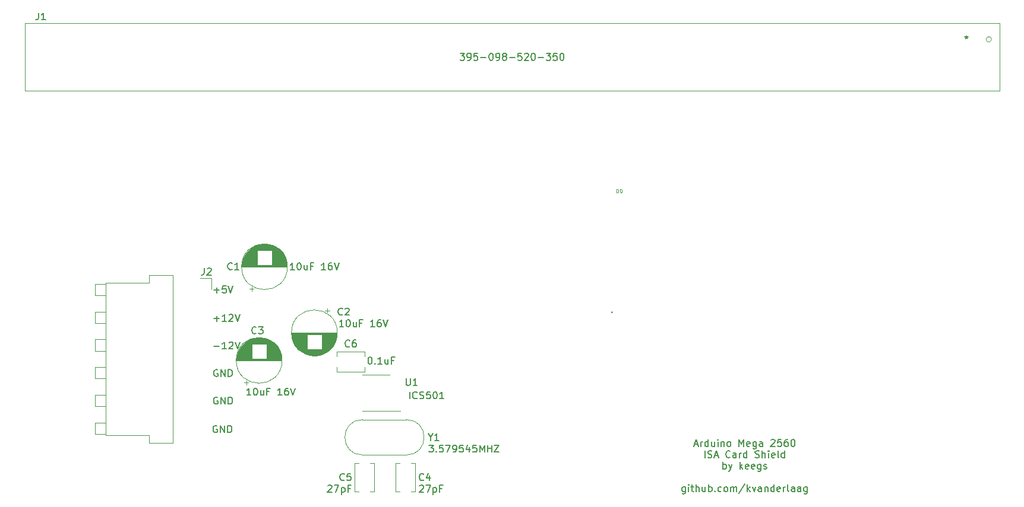
<source format=gbr>
%TF.GenerationSoftware,KiCad,Pcbnew,(6.0.11)*%
%TF.CreationDate,2023-03-12T14:00:35-06:00*%
%TF.ProjectId,arduino-mega-isa-shield,61726475-696e-46f2-9d6d-6567612d6973,rev?*%
%TF.SameCoordinates,Original*%
%TF.FileFunction,Legend,Top*%
%TF.FilePolarity,Positive*%
%FSLAX46Y46*%
G04 Gerber Fmt 4.6, Leading zero omitted, Abs format (unit mm)*
G04 Created by KiCad (PCBNEW (6.0.11)) date 2023-03-12 14:00:35*
%MOMM*%
%LPD*%
G01*
G04 APERTURE LIST*
%ADD10C,0.150000*%
%ADD11C,0.075000*%
%ADD12C,0.120000*%
G04 APERTURE END LIST*
D10*
X152218333Y-103880666D02*
X152694523Y-103880666D01*
X152123095Y-104166380D02*
X152456428Y-103166380D01*
X152789761Y-104166380D01*
X153123095Y-104166380D02*
X153123095Y-103499714D01*
X153123095Y-103690190D02*
X153170714Y-103594952D01*
X153218333Y-103547333D01*
X153313571Y-103499714D01*
X153408809Y-103499714D01*
X154170714Y-104166380D02*
X154170714Y-103166380D01*
X154170714Y-104118761D02*
X154075476Y-104166380D01*
X153885000Y-104166380D01*
X153789761Y-104118761D01*
X153742142Y-104071142D01*
X153694523Y-103975904D01*
X153694523Y-103690190D01*
X153742142Y-103594952D01*
X153789761Y-103547333D01*
X153885000Y-103499714D01*
X154075476Y-103499714D01*
X154170714Y-103547333D01*
X155075476Y-103499714D02*
X155075476Y-104166380D01*
X154646904Y-103499714D02*
X154646904Y-104023523D01*
X154694523Y-104118761D01*
X154789761Y-104166380D01*
X154932619Y-104166380D01*
X155027857Y-104118761D01*
X155075476Y-104071142D01*
X155551666Y-104166380D02*
X155551666Y-103499714D01*
X155551666Y-103166380D02*
X155504047Y-103214000D01*
X155551666Y-103261619D01*
X155599285Y-103214000D01*
X155551666Y-103166380D01*
X155551666Y-103261619D01*
X156027857Y-103499714D02*
X156027857Y-104166380D01*
X156027857Y-103594952D02*
X156075476Y-103547333D01*
X156170714Y-103499714D01*
X156313571Y-103499714D01*
X156408809Y-103547333D01*
X156456428Y-103642571D01*
X156456428Y-104166380D01*
X157075476Y-104166380D02*
X156980238Y-104118761D01*
X156932619Y-104071142D01*
X156885000Y-103975904D01*
X156885000Y-103690190D01*
X156932619Y-103594952D01*
X156980238Y-103547333D01*
X157075476Y-103499714D01*
X157218333Y-103499714D01*
X157313571Y-103547333D01*
X157361190Y-103594952D01*
X157408809Y-103690190D01*
X157408809Y-103975904D01*
X157361190Y-104071142D01*
X157313571Y-104118761D01*
X157218333Y-104166380D01*
X157075476Y-104166380D01*
X158599285Y-104166380D02*
X158599285Y-103166380D01*
X158932619Y-103880666D01*
X159265952Y-103166380D01*
X159265952Y-104166380D01*
X160123095Y-104118761D02*
X160027857Y-104166380D01*
X159837380Y-104166380D01*
X159742142Y-104118761D01*
X159694523Y-104023523D01*
X159694523Y-103642571D01*
X159742142Y-103547333D01*
X159837380Y-103499714D01*
X160027857Y-103499714D01*
X160123095Y-103547333D01*
X160170714Y-103642571D01*
X160170714Y-103737809D01*
X159694523Y-103833047D01*
X161027857Y-103499714D02*
X161027857Y-104309238D01*
X160980238Y-104404476D01*
X160932619Y-104452095D01*
X160837380Y-104499714D01*
X160694523Y-104499714D01*
X160599285Y-104452095D01*
X161027857Y-104118761D02*
X160932619Y-104166380D01*
X160742142Y-104166380D01*
X160646904Y-104118761D01*
X160599285Y-104071142D01*
X160551666Y-103975904D01*
X160551666Y-103690190D01*
X160599285Y-103594952D01*
X160646904Y-103547333D01*
X160742142Y-103499714D01*
X160932619Y-103499714D01*
X161027857Y-103547333D01*
X161932619Y-104166380D02*
X161932619Y-103642571D01*
X161885000Y-103547333D01*
X161789761Y-103499714D01*
X161599285Y-103499714D01*
X161504047Y-103547333D01*
X161932619Y-104118761D02*
X161837380Y-104166380D01*
X161599285Y-104166380D01*
X161504047Y-104118761D01*
X161456428Y-104023523D01*
X161456428Y-103928285D01*
X161504047Y-103833047D01*
X161599285Y-103785428D01*
X161837380Y-103785428D01*
X161932619Y-103737809D01*
X163123095Y-103261619D02*
X163170714Y-103214000D01*
X163265952Y-103166380D01*
X163504047Y-103166380D01*
X163599285Y-103214000D01*
X163646904Y-103261619D01*
X163694523Y-103356857D01*
X163694523Y-103452095D01*
X163646904Y-103594952D01*
X163075476Y-104166380D01*
X163694523Y-104166380D01*
X164599285Y-103166380D02*
X164123095Y-103166380D01*
X164075476Y-103642571D01*
X164123095Y-103594952D01*
X164218333Y-103547333D01*
X164456428Y-103547333D01*
X164551666Y-103594952D01*
X164599285Y-103642571D01*
X164646904Y-103737809D01*
X164646904Y-103975904D01*
X164599285Y-104071142D01*
X164551666Y-104118761D01*
X164456428Y-104166380D01*
X164218333Y-104166380D01*
X164123095Y-104118761D01*
X164075476Y-104071142D01*
X165504047Y-103166380D02*
X165313571Y-103166380D01*
X165218333Y-103214000D01*
X165170714Y-103261619D01*
X165075476Y-103404476D01*
X165027857Y-103594952D01*
X165027857Y-103975904D01*
X165075476Y-104071142D01*
X165123095Y-104118761D01*
X165218333Y-104166380D01*
X165408809Y-104166380D01*
X165504047Y-104118761D01*
X165551666Y-104071142D01*
X165599285Y-103975904D01*
X165599285Y-103737809D01*
X165551666Y-103642571D01*
X165504047Y-103594952D01*
X165408809Y-103547333D01*
X165218333Y-103547333D01*
X165123095Y-103594952D01*
X165075476Y-103642571D01*
X165027857Y-103737809D01*
X166218333Y-103166380D02*
X166313571Y-103166380D01*
X166408809Y-103214000D01*
X166456428Y-103261619D01*
X166504047Y-103356857D01*
X166551666Y-103547333D01*
X166551666Y-103785428D01*
X166504047Y-103975904D01*
X166456428Y-104071142D01*
X166408809Y-104118761D01*
X166313571Y-104166380D01*
X166218333Y-104166380D01*
X166123095Y-104118761D01*
X166075476Y-104071142D01*
X166027857Y-103975904D01*
X165980238Y-103785428D01*
X165980238Y-103547333D01*
X166027857Y-103356857D01*
X166075476Y-103261619D01*
X166123095Y-103214000D01*
X166218333Y-103166380D01*
X153694523Y-105776380D02*
X153694523Y-104776380D01*
X154123095Y-105728761D02*
X154265952Y-105776380D01*
X154504047Y-105776380D01*
X154599285Y-105728761D01*
X154646904Y-105681142D01*
X154694523Y-105585904D01*
X154694523Y-105490666D01*
X154646904Y-105395428D01*
X154599285Y-105347809D01*
X154504047Y-105300190D01*
X154313571Y-105252571D01*
X154218333Y-105204952D01*
X154170714Y-105157333D01*
X154123095Y-105062095D01*
X154123095Y-104966857D01*
X154170714Y-104871619D01*
X154218333Y-104824000D01*
X154313571Y-104776380D01*
X154551666Y-104776380D01*
X154694523Y-104824000D01*
X155075476Y-105490666D02*
X155551666Y-105490666D01*
X154980238Y-105776380D02*
X155313571Y-104776380D01*
X155646904Y-105776380D01*
X157313571Y-105681142D02*
X157265952Y-105728761D01*
X157123095Y-105776380D01*
X157027857Y-105776380D01*
X156885000Y-105728761D01*
X156789761Y-105633523D01*
X156742142Y-105538285D01*
X156694523Y-105347809D01*
X156694523Y-105204952D01*
X156742142Y-105014476D01*
X156789761Y-104919238D01*
X156885000Y-104824000D01*
X157027857Y-104776380D01*
X157123095Y-104776380D01*
X157265952Y-104824000D01*
X157313571Y-104871619D01*
X158170714Y-105776380D02*
X158170714Y-105252571D01*
X158123095Y-105157333D01*
X158027857Y-105109714D01*
X157837380Y-105109714D01*
X157742142Y-105157333D01*
X158170714Y-105728761D02*
X158075476Y-105776380D01*
X157837380Y-105776380D01*
X157742142Y-105728761D01*
X157694523Y-105633523D01*
X157694523Y-105538285D01*
X157742142Y-105443047D01*
X157837380Y-105395428D01*
X158075476Y-105395428D01*
X158170714Y-105347809D01*
X158646904Y-105776380D02*
X158646904Y-105109714D01*
X158646904Y-105300190D02*
X158694523Y-105204952D01*
X158742142Y-105157333D01*
X158837380Y-105109714D01*
X158932619Y-105109714D01*
X159694523Y-105776380D02*
X159694523Y-104776380D01*
X159694523Y-105728761D02*
X159599285Y-105776380D01*
X159408809Y-105776380D01*
X159313571Y-105728761D01*
X159265952Y-105681142D01*
X159218333Y-105585904D01*
X159218333Y-105300190D01*
X159265952Y-105204952D01*
X159313571Y-105157333D01*
X159408809Y-105109714D01*
X159599285Y-105109714D01*
X159694523Y-105157333D01*
X160885000Y-105728761D02*
X161027857Y-105776380D01*
X161265952Y-105776380D01*
X161361190Y-105728761D01*
X161408809Y-105681142D01*
X161456428Y-105585904D01*
X161456428Y-105490666D01*
X161408809Y-105395428D01*
X161361190Y-105347809D01*
X161265952Y-105300190D01*
X161075476Y-105252571D01*
X160980238Y-105204952D01*
X160932619Y-105157333D01*
X160885000Y-105062095D01*
X160885000Y-104966857D01*
X160932619Y-104871619D01*
X160980238Y-104824000D01*
X161075476Y-104776380D01*
X161313571Y-104776380D01*
X161456428Y-104824000D01*
X161885000Y-105776380D02*
X161885000Y-104776380D01*
X162313571Y-105776380D02*
X162313571Y-105252571D01*
X162265952Y-105157333D01*
X162170714Y-105109714D01*
X162027857Y-105109714D01*
X161932619Y-105157333D01*
X161885000Y-105204952D01*
X162789761Y-105776380D02*
X162789761Y-105109714D01*
X162789761Y-104776380D02*
X162742142Y-104824000D01*
X162789761Y-104871619D01*
X162837380Y-104824000D01*
X162789761Y-104776380D01*
X162789761Y-104871619D01*
X163646904Y-105728761D02*
X163551666Y-105776380D01*
X163361190Y-105776380D01*
X163265952Y-105728761D01*
X163218333Y-105633523D01*
X163218333Y-105252571D01*
X163265952Y-105157333D01*
X163361190Y-105109714D01*
X163551666Y-105109714D01*
X163646904Y-105157333D01*
X163694523Y-105252571D01*
X163694523Y-105347809D01*
X163218333Y-105443047D01*
X164265952Y-105776380D02*
X164170714Y-105728761D01*
X164123095Y-105633523D01*
X164123095Y-104776380D01*
X165075476Y-105776380D02*
X165075476Y-104776380D01*
X165075476Y-105728761D02*
X164980238Y-105776380D01*
X164789761Y-105776380D01*
X164694523Y-105728761D01*
X164646904Y-105681142D01*
X164599285Y-105585904D01*
X164599285Y-105300190D01*
X164646904Y-105204952D01*
X164694523Y-105157333D01*
X164789761Y-105109714D01*
X164980238Y-105109714D01*
X165075476Y-105157333D01*
X156289761Y-107386380D02*
X156289761Y-106386380D01*
X156289761Y-106767333D02*
X156385000Y-106719714D01*
X156575476Y-106719714D01*
X156670714Y-106767333D01*
X156718333Y-106814952D01*
X156765952Y-106910190D01*
X156765952Y-107195904D01*
X156718333Y-107291142D01*
X156670714Y-107338761D01*
X156575476Y-107386380D01*
X156385000Y-107386380D01*
X156289761Y-107338761D01*
X157099285Y-106719714D02*
X157337380Y-107386380D01*
X157575476Y-106719714D02*
X157337380Y-107386380D01*
X157242142Y-107624476D01*
X157194523Y-107672095D01*
X157099285Y-107719714D01*
X158718333Y-107386380D02*
X158718333Y-106386380D01*
X158813571Y-107005428D02*
X159099285Y-107386380D01*
X159099285Y-106719714D02*
X158718333Y-107100666D01*
X159908809Y-107338761D02*
X159813571Y-107386380D01*
X159623095Y-107386380D01*
X159527857Y-107338761D01*
X159480238Y-107243523D01*
X159480238Y-106862571D01*
X159527857Y-106767333D01*
X159623095Y-106719714D01*
X159813571Y-106719714D01*
X159908809Y-106767333D01*
X159956428Y-106862571D01*
X159956428Y-106957809D01*
X159480238Y-107053047D01*
X160765952Y-107338761D02*
X160670714Y-107386380D01*
X160480238Y-107386380D01*
X160385000Y-107338761D01*
X160337380Y-107243523D01*
X160337380Y-106862571D01*
X160385000Y-106767333D01*
X160480238Y-106719714D01*
X160670714Y-106719714D01*
X160765952Y-106767333D01*
X160813571Y-106862571D01*
X160813571Y-106957809D01*
X160337380Y-107053047D01*
X161670714Y-106719714D02*
X161670714Y-107529238D01*
X161623095Y-107624476D01*
X161575476Y-107672095D01*
X161480238Y-107719714D01*
X161337380Y-107719714D01*
X161242142Y-107672095D01*
X161670714Y-107338761D02*
X161575476Y-107386380D01*
X161385000Y-107386380D01*
X161289761Y-107338761D01*
X161242142Y-107291142D01*
X161194523Y-107195904D01*
X161194523Y-106910190D01*
X161242142Y-106814952D01*
X161289761Y-106767333D01*
X161385000Y-106719714D01*
X161575476Y-106719714D01*
X161670714Y-106767333D01*
X162099285Y-107338761D02*
X162194523Y-107386380D01*
X162385000Y-107386380D01*
X162480238Y-107338761D01*
X162527857Y-107243523D01*
X162527857Y-107195904D01*
X162480238Y-107100666D01*
X162385000Y-107053047D01*
X162242142Y-107053047D01*
X162146904Y-107005428D01*
X162099285Y-106910190D01*
X162099285Y-106862571D01*
X162146904Y-106767333D01*
X162242142Y-106719714D01*
X162385000Y-106719714D01*
X162480238Y-106767333D01*
X150908809Y-109939714D02*
X150908809Y-110749238D01*
X150861190Y-110844476D01*
X150813571Y-110892095D01*
X150718333Y-110939714D01*
X150575476Y-110939714D01*
X150480238Y-110892095D01*
X150908809Y-110558761D02*
X150813571Y-110606380D01*
X150623095Y-110606380D01*
X150527857Y-110558761D01*
X150480238Y-110511142D01*
X150432619Y-110415904D01*
X150432619Y-110130190D01*
X150480238Y-110034952D01*
X150527857Y-109987333D01*
X150623095Y-109939714D01*
X150813571Y-109939714D01*
X150908809Y-109987333D01*
X151385000Y-110606380D02*
X151385000Y-109939714D01*
X151385000Y-109606380D02*
X151337380Y-109654000D01*
X151385000Y-109701619D01*
X151432619Y-109654000D01*
X151385000Y-109606380D01*
X151385000Y-109701619D01*
X151718333Y-109939714D02*
X152099285Y-109939714D01*
X151861190Y-109606380D02*
X151861190Y-110463523D01*
X151908809Y-110558761D01*
X152004047Y-110606380D01*
X152099285Y-110606380D01*
X152432619Y-110606380D02*
X152432619Y-109606380D01*
X152861190Y-110606380D02*
X152861190Y-110082571D01*
X152813571Y-109987333D01*
X152718333Y-109939714D01*
X152575476Y-109939714D01*
X152480238Y-109987333D01*
X152432619Y-110034952D01*
X153765952Y-109939714D02*
X153765952Y-110606380D01*
X153337380Y-109939714D02*
X153337380Y-110463523D01*
X153385000Y-110558761D01*
X153480238Y-110606380D01*
X153623095Y-110606380D01*
X153718333Y-110558761D01*
X153765952Y-110511142D01*
X154242142Y-110606380D02*
X154242142Y-109606380D01*
X154242142Y-109987333D02*
X154337380Y-109939714D01*
X154527857Y-109939714D01*
X154623095Y-109987333D01*
X154670714Y-110034952D01*
X154718333Y-110130190D01*
X154718333Y-110415904D01*
X154670714Y-110511142D01*
X154623095Y-110558761D01*
X154527857Y-110606380D01*
X154337380Y-110606380D01*
X154242142Y-110558761D01*
X155146904Y-110511142D02*
X155194523Y-110558761D01*
X155146904Y-110606380D01*
X155099285Y-110558761D01*
X155146904Y-110511142D01*
X155146904Y-110606380D01*
X156051666Y-110558761D02*
X155956428Y-110606380D01*
X155765952Y-110606380D01*
X155670714Y-110558761D01*
X155623095Y-110511142D01*
X155575476Y-110415904D01*
X155575476Y-110130190D01*
X155623095Y-110034952D01*
X155670714Y-109987333D01*
X155765952Y-109939714D01*
X155956428Y-109939714D01*
X156051666Y-109987333D01*
X156623095Y-110606380D02*
X156527857Y-110558761D01*
X156480238Y-110511142D01*
X156432619Y-110415904D01*
X156432619Y-110130190D01*
X156480238Y-110034952D01*
X156527857Y-109987333D01*
X156623095Y-109939714D01*
X156765952Y-109939714D01*
X156861190Y-109987333D01*
X156908809Y-110034952D01*
X156956428Y-110130190D01*
X156956428Y-110415904D01*
X156908809Y-110511142D01*
X156861190Y-110558761D01*
X156765952Y-110606380D01*
X156623095Y-110606380D01*
X157385000Y-110606380D02*
X157385000Y-109939714D01*
X157385000Y-110034952D02*
X157432619Y-109987333D01*
X157527857Y-109939714D01*
X157670714Y-109939714D01*
X157765952Y-109987333D01*
X157813571Y-110082571D01*
X157813571Y-110606380D01*
X157813571Y-110082571D02*
X157861190Y-109987333D01*
X157956428Y-109939714D01*
X158099285Y-109939714D01*
X158194523Y-109987333D01*
X158242142Y-110082571D01*
X158242142Y-110606380D01*
X159432619Y-109558761D02*
X158575476Y-110844476D01*
X159765952Y-110606380D02*
X159765952Y-109606380D01*
X159861190Y-110225428D02*
X160146904Y-110606380D01*
X160146904Y-109939714D02*
X159765952Y-110320666D01*
X160480238Y-109939714D02*
X160718333Y-110606380D01*
X160956428Y-109939714D01*
X161765952Y-110606380D02*
X161765952Y-110082571D01*
X161718333Y-109987333D01*
X161623095Y-109939714D01*
X161432619Y-109939714D01*
X161337380Y-109987333D01*
X161765952Y-110558761D02*
X161670714Y-110606380D01*
X161432619Y-110606380D01*
X161337380Y-110558761D01*
X161289761Y-110463523D01*
X161289761Y-110368285D01*
X161337380Y-110273047D01*
X161432619Y-110225428D01*
X161670714Y-110225428D01*
X161765952Y-110177809D01*
X162242142Y-109939714D02*
X162242142Y-110606380D01*
X162242142Y-110034952D02*
X162289761Y-109987333D01*
X162385000Y-109939714D01*
X162527857Y-109939714D01*
X162623095Y-109987333D01*
X162670714Y-110082571D01*
X162670714Y-110606380D01*
X163575476Y-110606380D02*
X163575476Y-109606380D01*
X163575476Y-110558761D02*
X163480238Y-110606380D01*
X163289761Y-110606380D01*
X163194523Y-110558761D01*
X163146904Y-110511142D01*
X163099285Y-110415904D01*
X163099285Y-110130190D01*
X163146904Y-110034952D01*
X163194523Y-109987333D01*
X163289761Y-109939714D01*
X163480238Y-109939714D01*
X163575476Y-109987333D01*
X164432619Y-110558761D02*
X164337380Y-110606380D01*
X164146904Y-110606380D01*
X164051666Y-110558761D01*
X164004047Y-110463523D01*
X164004047Y-110082571D01*
X164051666Y-109987333D01*
X164146904Y-109939714D01*
X164337380Y-109939714D01*
X164432619Y-109987333D01*
X164480238Y-110082571D01*
X164480238Y-110177809D01*
X164004047Y-110273047D01*
X164908809Y-110606380D02*
X164908809Y-109939714D01*
X164908809Y-110130190D02*
X164956428Y-110034952D01*
X165004047Y-109987333D01*
X165099285Y-109939714D01*
X165194523Y-109939714D01*
X165670714Y-110606380D02*
X165575476Y-110558761D01*
X165527857Y-110463523D01*
X165527857Y-109606380D01*
X166480238Y-110606380D02*
X166480238Y-110082571D01*
X166432619Y-109987333D01*
X166337380Y-109939714D01*
X166146904Y-109939714D01*
X166051666Y-109987333D01*
X166480238Y-110558761D02*
X166385000Y-110606380D01*
X166146904Y-110606380D01*
X166051666Y-110558761D01*
X166004047Y-110463523D01*
X166004047Y-110368285D01*
X166051666Y-110273047D01*
X166146904Y-110225428D01*
X166385000Y-110225428D01*
X166480238Y-110177809D01*
X167385000Y-110606380D02*
X167385000Y-110082571D01*
X167337380Y-109987333D01*
X167242142Y-109939714D01*
X167051666Y-109939714D01*
X166956428Y-109987333D01*
X167385000Y-110558761D02*
X167289761Y-110606380D01*
X167051666Y-110606380D01*
X166956428Y-110558761D01*
X166908809Y-110463523D01*
X166908809Y-110368285D01*
X166956428Y-110273047D01*
X167051666Y-110225428D01*
X167289761Y-110225428D01*
X167385000Y-110177809D01*
X168289761Y-109939714D02*
X168289761Y-110749238D01*
X168242142Y-110844476D01*
X168194523Y-110892095D01*
X168099285Y-110939714D01*
X167956428Y-110939714D01*
X167861190Y-110892095D01*
X168289761Y-110558761D02*
X168194523Y-110606380D01*
X168004047Y-110606380D01*
X167908809Y-110558761D01*
X167861190Y-110511142D01*
X167813571Y-110415904D01*
X167813571Y-110130190D01*
X167861190Y-110034952D01*
X167908809Y-109987333D01*
X168004047Y-109939714D01*
X168194523Y-109939714D01*
X168289761Y-109987333D01*
X83733595Y-89860428D02*
X84495500Y-89860428D01*
X85495500Y-90241380D02*
X84924071Y-90241380D01*
X85209785Y-90241380D02*
X85209785Y-89241380D01*
X85114547Y-89384238D01*
X85019309Y-89479476D01*
X84924071Y-89527095D01*
X85876452Y-89336619D02*
X85924071Y-89289000D01*
X86019309Y-89241380D01*
X86257404Y-89241380D01*
X86352642Y-89289000D01*
X86400261Y-89336619D01*
X86447880Y-89431857D01*
X86447880Y-89527095D01*
X86400261Y-89669952D01*
X85828833Y-90241380D01*
X86447880Y-90241380D01*
X86733595Y-89241380D02*
X87066928Y-90241380D01*
X87400261Y-89241380D01*
X84257404Y-93226000D02*
X84162166Y-93178380D01*
X84019309Y-93178380D01*
X83876452Y-93226000D01*
X83781214Y-93321238D01*
X83733595Y-93416476D01*
X83685976Y-93606952D01*
X83685976Y-93749809D01*
X83733595Y-93940285D01*
X83781214Y-94035523D01*
X83876452Y-94130761D01*
X84019309Y-94178380D01*
X84114547Y-94178380D01*
X84257404Y-94130761D01*
X84305023Y-94083142D01*
X84305023Y-93749809D01*
X84114547Y-93749809D01*
X84733595Y-94178380D02*
X84733595Y-93178380D01*
X85305023Y-94178380D01*
X85305023Y-93178380D01*
X85781214Y-94178380D02*
X85781214Y-93178380D01*
X86019309Y-93178380D01*
X86162166Y-93226000D01*
X86257404Y-93321238D01*
X86305023Y-93416476D01*
X86352642Y-93606952D01*
X86352642Y-93749809D01*
X86305023Y-93940285D01*
X86257404Y-94035523D01*
X86162166Y-94130761D01*
X86019309Y-94178380D01*
X85781214Y-94178380D01*
X84171404Y-101227000D02*
X84076166Y-101179380D01*
X83933309Y-101179380D01*
X83790452Y-101227000D01*
X83695214Y-101322238D01*
X83647595Y-101417476D01*
X83599976Y-101607952D01*
X83599976Y-101750809D01*
X83647595Y-101941285D01*
X83695214Y-102036523D01*
X83790452Y-102131761D01*
X83933309Y-102179380D01*
X84028547Y-102179380D01*
X84171404Y-102131761D01*
X84219023Y-102084142D01*
X84219023Y-101750809D01*
X84028547Y-101750809D01*
X84647595Y-102179380D02*
X84647595Y-101179380D01*
X85219023Y-102179380D01*
X85219023Y-101179380D01*
X85695214Y-102179380D02*
X85695214Y-101179380D01*
X85933309Y-101179380D01*
X86076166Y-101227000D01*
X86171404Y-101322238D01*
X86219023Y-101417476D01*
X86266642Y-101607952D01*
X86266642Y-101750809D01*
X86219023Y-101941285D01*
X86171404Y-102036523D01*
X86076166Y-102131761D01*
X85933309Y-102179380D01*
X85695214Y-102179380D01*
X83733595Y-81859428D02*
X84495500Y-81859428D01*
X84114547Y-82240380D02*
X84114547Y-81478476D01*
X85447880Y-81240380D02*
X84971690Y-81240380D01*
X84924071Y-81716571D01*
X84971690Y-81668952D01*
X85066928Y-81621333D01*
X85305023Y-81621333D01*
X85400261Y-81668952D01*
X85447880Y-81716571D01*
X85495500Y-81811809D01*
X85495500Y-82049904D01*
X85447880Y-82145142D01*
X85400261Y-82192761D01*
X85305023Y-82240380D01*
X85066928Y-82240380D01*
X84971690Y-82192761D01*
X84924071Y-82145142D01*
X85781214Y-81240380D02*
X86114547Y-82240380D01*
X86447880Y-81240380D01*
X83733595Y-85923428D02*
X84495500Y-85923428D01*
X84114547Y-86304380D02*
X84114547Y-85542476D01*
X85495500Y-86304380D02*
X84924071Y-86304380D01*
X85209785Y-86304380D02*
X85209785Y-85304380D01*
X85114547Y-85447238D01*
X85019309Y-85542476D01*
X84924071Y-85590095D01*
X85876452Y-85399619D02*
X85924071Y-85352000D01*
X86019309Y-85304380D01*
X86257404Y-85304380D01*
X86352642Y-85352000D01*
X86400261Y-85399619D01*
X86447880Y-85494857D01*
X86447880Y-85590095D01*
X86400261Y-85732952D01*
X85828833Y-86304380D01*
X86447880Y-86304380D01*
X86733595Y-85304380D02*
X87066928Y-86304380D01*
X87400261Y-85304380D01*
X84257404Y-97163000D02*
X84162166Y-97115380D01*
X84019309Y-97115380D01*
X83876452Y-97163000D01*
X83781214Y-97258238D01*
X83733595Y-97353476D01*
X83685976Y-97543952D01*
X83685976Y-97686809D01*
X83733595Y-97877285D01*
X83781214Y-97972523D01*
X83876452Y-98067761D01*
X84019309Y-98115380D01*
X84114547Y-98115380D01*
X84257404Y-98067761D01*
X84305023Y-98020142D01*
X84305023Y-97686809D01*
X84114547Y-97686809D01*
X84733595Y-98115380D02*
X84733595Y-97115380D01*
X85305023Y-98115380D01*
X85305023Y-97115380D01*
X85781214Y-98115380D02*
X85781214Y-97115380D01*
X86019309Y-97115380D01*
X86162166Y-97163000D01*
X86257404Y-97258238D01*
X86305023Y-97353476D01*
X86352642Y-97543952D01*
X86352642Y-97686809D01*
X86305023Y-97877285D01*
X86257404Y-97972523D01*
X86162166Y-98067761D01*
X86019309Y-98115380D01*
X85781214Y-98115380D01*
%TO.C,C2*%
X102068333Y-85320142D02*
X102020714Y-85367761D01*
X101877857Y-85415380D01*
X101782619Y-85415380D01*
X101639761Y-85367761D01*
X101544523Y-85272523D01*
X101496904Y-85177285D01*
X101449285Y-84986809D01*
X101449285Y-84843952D01*
X101496904Y-84653476D01*
X101544523Y-84558238D01*
X101639761Y-84463000D01*
X101782619Y-84415380D01*
X101877857Y-84415380D01*
X102020714Y-84463000D01*
X102068333Y-84510619D01*
X102449285Y-84510619D02*
X102496904Y-84463000D01*
X102592142Y-84415380D01*
X102830238Y-84415380D01*
X102925476Y-84463000D01*
X102973095Y-84510619D01*
X103020714Y-84605857D01*
X103020714Y-84701095D01*
X102973095Y-84843952D01*
X102401666Y-85415380D01*
X103020714Y-85415380D01*
X102195666Y-87066380D02*
X101624238Y-87066380D01*
X101909952Y-87066380D02*
X101909952Y-86066380D01*
X101814714Y-86209238D01*
X101719476Y-86304476D01*
X101624238Y-86352095D01*
X102814714Y-86066380D02*
X102909952Y-86066380D01*
X103005190Y-86114000D01*
X103052809Y-86161619D01*
X103100428Y-86256857D01*
X103148047Y-86447333D01*
X103148047Y-86685428D01*
X103100428Y-86875904D01*
X103052809Y-86971142D01*
X103005190Y-87018761D01*
X102909952Y-87066380D01*
X102814714Y-87066380D01*
X102719476Y-87018761D01*
X102671857Y-86971142D01*
X102624238Y-86875904D01*
X102576619Y-86685428D01*
X102576619Y-86447333D01*
X102624238Y-86256857D01*
X102671857Y-86161619D01*
X102719476Y-86114000D01*
X102814714Y-86066380D01*
X104005190Y-86399714D02*
X104005190Y-87066380D01*
X103576619Y-86399714D02*
X103576619Y-86923523D01*
X103624238Y-87018761D01*
X103719476Y-87066380D01*
X103862333Y-87066380D01*
X103957571Y-87018761D01*
X104005190Y-86971142D01*
X104814714Y-86542571D02*
X104481380Y-86542571D01*
X104481380Y-87066380D02*
X104481380Y-86066380D01*
X104957571Y-86066380D01*
X106624238Y-87066380D02*
X106052809Y-87066380D01*
X106338523Y-87066380D02*
X106338523Y-86066380D01*
X106243285Y-86209238D01*
X106148047Y-86304476D01*
X106052809Y-86352095D01*
X107481380Y-86066380D02*
X107290904Y-86066380D01*
X107195666Y-86114000D01*
X107148047Y-86161619D01*
X107052809Y-86304476D01*
X107005190Y-86494952D01*
X107005190Y-86875904D01*
X107052809Y-86971142D01*
X107100428Y-87018761D01*
X107195666Y-87066380D01*
X107386142Y-87066380D01*
X107481380Y-87018761D01*
X107529000Y-86971142D01*
X107576619Y-86875904D01*
X107576619Y-86637809D01*
X107529000Y-86542571D01*
X107481380Y-86494952D01*
X107386142Y-86447333D01*
X107195666Y-86447333D01*
X107100428Y-86494952D01*
X107052809Y-86542571D01*
X107005190Y-86637809D01*
X107862333Y-86066380D02*
X108195666Y-87066380D01*
X108529000Y-86066380D01*
%TO.C,C1*%
X86320333Y-78843142D02*
X86272714Y-78890761D01*
X86129857Y-78938380D01*
X86034619Y-78938380D01*
X85891761Y-78890761D01*
X85796523Y-78795523D01*
X85748904Y-78700285D01*
X85701285Y-78509809D01*
X85701285Y-78366952D01*
X85748904Y-78176476D01*
X85796523Y-78081238D01*
X85891761Y-77986000D01*
X86034619Y-77938380D01*
X86129857Y-77938380D01*
X86272714Y-77986000D01*
X86320333Y-78033619D01*
X87272714Y-78938380D02*
X86701285Y-78938380D01*
X86987000Y-78938380D02*
X86987000Y-77938380D01*
X86891761Y-78081238D01*
X86796523Y-78176476D01*
X86701285Y-78224095D01*
X95210666Y-78958380D02*
X94639238Y-78958380D01*
X94924952Y-78958380D02*
X94924952Y-77958380D01*
X94829714Y-78101238D01*
X94734476Y-78196476D01*
X94639238Y-78244095D01*
X95829714Y-77958380D02*
X95924952Y-77958380D01*
X96020190Y-78006000D01*
X96067809Y-78053619D01*
X96115428Y-78148857D01*
X96163047Y-78339333D01*
X96163047Y-78577428D01*
X96115428Y-78767904D01*
X96067809Y-78863142D01*
X96020190Y-78910761D01*
X95924952Y-78958380D01*
X95829714Y-78958380D01*
X95734476Y-78910761D01*
X95686857Y-78863142D01*
X95639238Y-78767904D01*
X95591619Y-78577428D01*
X95591619Y-78339333D01*
X95639238Y-78148857D01*
X95686857Y-78053619D01*
X95734476Y-78006000D01*
X95829714Y-77958380D01*
X97020190Y-78291714D02*
X97020190Y-78958380D01*
X96591619Y-78291714D02*
X96591619Y-78815523D01*
X96639238Y-78910761D01*
X96734476Y-78958380D01*
X96877333Y-78958380D01*
X96972571Y-78910761D01*
X97020190Y-78863142D01*
X97829714Y-78434571D02*
X97496380Y-78434571D01*
X97496380Y-78958380D02*
X97496380Y-77958380D01*
X97972571Y-77958380D01*
X99639238Y-78958380D02*
X99067809Y-78958380D01*
X99353523Y-78958380D02*
X99353523Y-77958380D01*
X99258285Y-78101238D01*
X99163047Y-78196476D01*
X99067809Y-78244095D01*
X100496380Y-77958380D02*
X100305904Y-77958380D01*
X100210666Y-78006000D01*
X100163047Y-78053619D01*
X100067809Y-78196476D01*
X100020190Y-78386952D01*
X100020190Y-78767904D01*
X100067809Y-78863142D01*
X100115428Y-78910761D01*
X100210666Y-78958380D01*
X100401142Y-78958380D01*
X100496380Y-78910761D01*
X100544000Y-78863142D01*
X100591619Y-78767904D01*
X100591619Y-78529809D01*
X100544000Y-78434571D01*
X100496380Y-78386952D01*
X100401142Y-78339333D01*
X100210666Y-78339333D01*
X100115428Y-78386952D01*
X100067809Y-78434571D01*
X100020190Y-78529809D01*
X100877333Y-77958380D02*
X101210666Y-78958380D01*
X101544000Y-77958380D01*
%TO.C,C4*%
X113625333Y-108942142D02*
X113577714Y-108989761D01*
X113434857Y-109037380D01*
X113339619Y-109037380D01*
X113196761Y-108989761D01*
X113101523Y-108894523D01*
X113053904Y-108799285D01*
X113006285Y-108608809D01*
X113006285Y-108465952D01*
X113053904Y-108275476D01*
X113101523Y-108180238D01*
X113196761Y-108085000D01*
X113339619Y-108037380D01*
X113434857Y-108037380D01*
X113577714Y-108085000D01*
X113625333Y-108132619D01*
X114482476Y-108370714D02*
X114482476Y-109037380D01*
X114244380Y-107989761D02*
X114006285Y-108704047D01*
X114625333Y-108704047D01*
X113038142Y-109783619D02*
X113085761Y-109736000D01*
X113181000Y-109688380D01*
X113419095Y-109688380D01*
X113514333Y-109736000D01*
X113561952Y-109783619D01*
X113609571Y-109878857D01*
X113609571Y-109974095D01*
X113561952Y-110116952D01*
X112990523Y-110688380D01*
X113609571Y-110688380D01*
X113942904Y-109688380D02*
X114609571Y-109688380D01*
X114181000Y-110688380D01*
X114990523Y-110021714D02*
X114990523Y-111021714D01*
X114990523Y-110069333D02*
X115085761Y-110021714D01*
X115276238Y-110021714D01*
X115371476Y-110069333D01*
X115419095Y-110116952D01*
X115466714Y-110212190D01*
X115466714Y-110497904D01*
X115419095Y-110593142D01*
X115371476Y-110640761D01*
X115276238Y-110688380D01*
X115085761Y-110688380D01*
X114990523Y-110640761D01*
X116228619Y-110164571D02*
X115895285Y-110164571D01*
X115895285Y-110688380D02*
X115895285Y-109688380D01*
X116371476Y-109688380D01*
%TO.C,C3*%
X89749333Y-87987142D02*
X89701714Y-88034761D01*
X89558857Y-88082380D01*
X89463619Y-88082380D01*
X89320761Y-88034761D01*
X89225523Y-87939523D01*
X89177904Y-87844285D01*
X89130285Y-87653809D01*
X89130285Y-87510952D01*
X89177904Y-87320476D01*
X89225523Y-87225238D01*
X89320761Y-87130000D01*
X89463619Y-87082380D01*
X89558857Y-87082380D01*
X89701714Y-87130000D01*
X89749333Y-87177619D01*
X90082666Y-87082380D02*
X90701714Y-87082380D01*
X90368380Y-87463333D01*
X90511238Y-87463333D01*
X90606476Y-87510952D01*
X90654095Y-87558571D01*
X90701714Y-87653809D01*
X90701714Y-87891904D01*
X90654095Y-87987142D01*
X90606476Y-88034761D01*
X90511238Y-88082380D01*
X90225523Y-88082380D01*
X90130285Y-88034761D01*
X90082666Y-87987142D01*
X88987666Y-96845380D02*
X88416238Y-96845380D01*
X88701952Y-96845380D02*
X88701952Y-95845380D01*
X88606714Y-95988238D01*
X88511476Y-96083476D01*
X88416238Y-96131095D01*
X89606714Y-95845380D02*
X89701952Y-95845380D01*
X89797190Y-95893000D01*
X89844809Y-95940619D01*
X89892428Y-96035857D01*
X89940047Y-96226333D01*
X89940047Y-96464428D01*
X89892428Y-96654904D01*
X89844809Y-96750142D01*
X89797190Y-96797761D01*
X89701952Y-96845380D01*
X89606714Y-96845380D01*
X89511476Y-96797761D01*
X89463857Y-96750142D01*
X89416238Y-96654904D01*
X89368619Y-96464428D01*
X89368619Y-96226333D01*
X89416238Y-96035857D01*
X89463857Y-95940619D01*
X89511476Y-95893000D01*
X89606714Y-95845380D01*
X90797190Y-96178714D02*
X90797190Y-96845380D01*
X90368619Y-96178714D02*
X90368619Y-96702523D01*
X90416238Y-96797761D01*
X90511476Y-96845380D01*
X90654333Y-96845380D01*
X90749571Y-96797761D01*
X90797190Y-96750142D01*
X91606714Y-96321571D02*
X91273380Y-96321571D01*
X91273380Y-96845380D02*
X91273380Y-95845380D01*
X91749571Y-95845380D01*
X93416238Y-96845380D02*
X92844809Y-96845380D01*
X93130523Y-96845380D02*
X93130523Y-95845380D01*
X93035285Y-95988238D01*
X92940047Y-96083476D01*
X92844809Y-96131095D01*
X94273380Y-95845380D02*
X94082904Y-95845380D01*
X93987666Y-95893000D01*
X93940047Y-95940619D01*
X93844809Y-96083476D01*
X93797190Y-96273952D01*
X93797190Y-96654904D01*
X93844809Y-96750142D01*
X93892428Y-96797761D01*
X93987666Y-96845380D01*
X94178142Y-96845380D01*
X94273380Y-96797761D01*
X94321000Y-96750142D01*
X94368619Y-96654904D01*
X94368619Y-96416809D01*
X94321000Y-96321571D01*
X94273380Y-96273952D01*
X94178142Y-96226333D01*
X93987666Y-96226333D01*
X93892428Y-96273952D01*
X93844809Y-96321571D01*
X93797190Y-96416809D01*
X94654333Y-95845380D02*
X94987666Y-96845380D01*
X95321000Y-95845380D01*
%TO.C,Y1*%
X114585809Y-102846190D02*
X114585809Y-103322380D01*
X114252476Y-102322380D02*
X114585809Y-102846190D01*
X114919142Y-102322380D01*
X115776285Y-103322380D02*
X115204857Y-103322380D01*
X115490571Y-103322380D02*
X115490571Y-102322380D01*
X115395333Y-102465238D01*
X115300095Y-102560476D01*
X115204857Y-102608095D01*
X114380000Y-103973380D02*
X114999047Y-103973380D01*
X114665714Y-104354333D01*
X114808571Y-104354333D01*
X114903809Y-104401952D01*
X114951428Y-104449571D01*
X114999047Y-104544809D01*
X114999047Y-104782904D01*
X114951428Y-104878142D01*
X114903809Y-104925761D01*
X114808571Y-104973380D01*
X114522857Y-104973380D01*
X114427619Y-104925761D01*
X114380000Y-104878142D01*
X115427619Y-104878142D02*
X115475238Y-104925761D01*
X115427619Y-104973380D01*
X115380000Y-104925761D01*
X115427619Y-104878142D01*
X115427619Y-104973380D01*
X116380000Y-103973380D02*
X115903809Y-103973380D01*
X115856190Y-104449571D01*
X115903809Y-104401952D01*
X115999047Y-104354333D01*
X116237142Y-104354333D01*
X116332380Y-104401952D01*
X116380000Y-104449571D01*
X116427619Y-104544809D01*
X116427619Y-104782904D01*
X116380000Y-104878142D01*
X116332380Y-104925761D01*
X116237142Y-104973380D01*
X115999047Y-104973380D01*
X115903809Y-104925761D01*
X115856190Y-104878142D01*
X116760952Y-103973380D02*
X117427619Y-103973380D01*
X116999047Y-104973380D01*
X117856190Y-104973380D02*
X118046666Y-104973380D01*
X118141904Y-104925761D01*
X118189523Y-104878142D01*
X118284761Y-104735285D01*
X118332380Y-104544809D01*
X118332380Y-104163857D01*
X118284761Y-104068619D01*
X118237142Y-104021000D01*
X118141904Y-103973380D01*
X117951428Y-103973380D01*
X117856190Y-104021000D01*
X117808571Y-104068619D01*
X117760952Y-104163857D01*
X117760952Y-104401952D01*
X117808571Y-104497190D01*
X117856190Y-104544809D01*
X117951428Y-104592428D01*
X118141904Y-104592428D01*
X118237142Y-104544809D01*
X118284761Y-104497190D01*
X118332380Y-104401952D01*
X119237142Y-103973380D02*
X118760952Y-103973380D01*
X118713333Y-104449571D01*
X118760952Y-104401952D01*
X118856190Y-104354333D01*
X119094285Y-104354333D01*
X119189523Y-104401952D01*
X119237142Y-104449571D01*
X119284761Y-104544809D01*
X119284761Y-104782904D01*
X119237142Y-104878142D01*
X119189523Y-104925761D01*
X119094285Y-104973380D01*
X118856190Y-104973380D01*
X118760952Y-104925761D01*
X118713333Y-104878142D01*
X120141904Y-104306714D02*
X120141904Y-104973380D01*
X119903809Y-103925761D02*
X119665714Y-104640047D01*
X120284761Y-104640047D01*
X121141904Y-103973380D02*
X120665714Y-103973380D01*
X120618095Y-104449571D01*
X120665714Y-104401952D01*
X120760952Y-104354333D01*
X120999047Y-104354333D01*
X121094285Y-104401952D01*
X121141904Y-104449571D01*
X121189523Y-104544809D01*
X121189523Y-104782904D01*
X121141904Y-104878142D01*
X121094285Y-104925761D01*
X120999047Y-104973380D01*
X120760952Y-104973380D01*
X120665714Y-104925761D01*
X120618095Y-104878142D01*
X121618095Y-104973380D02*
X121618095Y-103973380D01*
X121951428Y-104687666D01*
X122284761Y-103973380D01*
X122284761Y-104973380D01*
X122760952Y-104973380D02*
X122760952Y-103973380D01*
X122760952Y-104449571D02*
X123332380Y-104449571D01*
X123332380Y-104973380D02*
X123332380Y-103973380D01*
X123713333Y-103973380D02*
X124380000Y-103973380D01*
X123713333Y-104973380D01*
X124380000Y-104973380D01*
%TO.C,XA1*%
X140462000Y-84939142D02*
X140509619Y-84986761D01*
X140462000Y-85034380D01*
X140414380Y-84986761D01*
X140462000Y-84939142D01*
X140462000Y-85034380D01*
D11*
X141108952Y-67917190D02*
X141108952Y-67417190D01*
X141228000Y-67417190D01*
X141299428Y-67441000D01*
X141347047Y-67488619D01*
X141370857Y-67536238D01*
X141394666Y-67631476D01*
X141394666Y-67702904D01*
X141370857Y-67798142D01*
X141347047Y-67845761D01*
X141299428Y-67893380D01*
X141228000Y-67917190D01*
X141108952Y-67917190D01*
X141704190Y-67417190D02*
X141751809Y-67417190D01*
X141799428Y-67441000D01*
X141823238Y-67464809D01*
X141847047Y-67512428D01*
X141870857Y-67607666D01*
X141870857Y-67726714D01*
X141847047Y-67821952D01*
X141823238Y-67869571D01*
X141799428Y-67893380D01*
X141751809Y-67917190D01*
X141704190Y-67917190D01*
X141656571Y-67893380D01*
X141632761Y-67869571D01*
X141608952Y-67821952D01*
X141585142Y-67726714D01*
X141585142Y-67607666D01*
X141608952Y-67512428D01*
X141632761Y-67464809D01*
X141656571Y-67441000D01*
X141704190Y-67417190D01*
D10*
%TO.C,C6*%
X103064333Y-89882142D02*
X103016714Y-89929761D01*
X102873857Y-89977380D01*
X102778619Y-89977380D01*
X102635761Y-89929761D01*
X102540523Y-89834523D01*
X102492904Y-89739285D01*
X102445285Y-89548809D01*
X102445285Y-89405952D01*
X102492904Y-89215476D01*
X102540523Y-89120238D01*
X102635761Y-89025000D01*
X102778619Y-88977380D01*
X102873857Y-88977380D01*
X103016714Y-89025000D01*
X103064333Y-89072619D01*
X103921476Y-88977380D02*
X103731000Y-88977380D01*
X103635761Y-89025000D01*
X103588142Y-89072619D01*
X103492904Y-89215476D01*
X103445285Y-89405952D01*
X103445285Y-89786904D01*
X103492904Y-89882142D01*
X103540523Y-89929761D01*
X103635761Y-89977380D01*
X103826238Y-89977380D01*
X103921476Y-89929761D01*
X103969095Y-89882142D01*
X104016714Y-89786904D01*
X104016714Y-89548809D01*
X103969095Y-89453571D01*
X103921476Y-89405952D01*
X103826238Y-89358333D01*
X103635761Y-89358333D01*
X103540523Y-89405952D01*
X103492904Y-89453571D01*
X103445285Y-89548809D01*
X105926142Y-91400380D02*
X106021380Y-91400380D01*
X106116619Y-91448000D01*
X106164238Y-91495619D01*
X106211857Y-91590857D01*
X106259476Y-91781333D01*
X106259476Y-92019428D01*
X106211857Y-92209904D01*
X106164238Y-92305142D01*
X106116619Y-92352761D01*
X106021380Y-92400380D01*
X105926142Y-92400380D01*
X105830904Y-92352761D01*
X105783285Y-92305142D01*
X105735666Y-92209904D01*
X105688047Y-92019428D01*
X105688047Y-91781333D01*
X105735666Y-91590857D01*
X105783285Y-91495619D01*
X105830904Y-91448000D01*
X105926142Y-91400380D01*
X106688047Y-92305142D02*
X106735666Y-92352761D01*
X106688047Y-92400380D01*
X106640428Y-92352761D01*
X106688047Y-92305142D01*
X106688047Y-92400380D01*
X107688047Y-92400380D02*
X107116619Y-92400380D01*
X107402333Y-92400380D02*
X107402333Y-91400380D01*
X107307095Y-91543238D01*
X107211857Y-91638476D01*
X107116619Y-91686095D01*
X108545190Y-91733714D02*
X108545190Y-92400380D01*
X108116619Y-91733714D02*
X108116619Y-92257523D01*
X108164238Y-92352761D01*
X108259476Y-92400380D01*
X108402333Y-92400380D01*
X108497571Y-92352761D01*
X108545190Y-92305142D01*
X109354714Y-91876571D02*
X109021380Y-91876571D01*
X109021380Y-92400380D02*
X109021380Y-91400380D01*
X109497571Y-91400380D01*
%TO.C,J1*%
X58721666Y-42251380D02*
X58721666Y-42965666D01*
X58674047Y-43108523D01*
X58578809Y-43203761D01*
X58435952Y-43251380D01*
X58340714Y-43251380D01*
X59721666Y-43251380D02*
X59150238Y-43251380D01*
X59435952Y-43251380D02*
X59435952Y-42251380D01*
X59340714Y-42394238D01*
X59245476Y-42489476D01*
X59150238Y-42537095D01*
X118809428Y-48042380D02*
X119428476Y-48042380D01*
X119095142Y-48423333D01*
X119238000Y-48423333D01*
X119333238Y-48470952D01*
X119380857Y-48518571D01*
X119428476Y-48613809D01*
X119428476Y-48851904D01*
X119380857Y-48947142D01*
X119333238Y-48994761D01*
X119238000Y-49042380D01*
X118952285Y-49042380D01*
X118857047Y-48994761D01*
X118809428Y-48947142D01*
X119904666Y-49042380D02*
X120095142Y-49042380D01*
X120190380Y-48994761D01*
X120238000Y-48947142D01*
X120333238Y-48804285D01*
X120380857Y-48613809D01*
X120380857Y-48232857D01*
X120333238Y-48137619D01*
X120285619Y-48090000D01*
X120190380Y-48042380D01*
X119999904Y-48042380D01*
X119904666Y-48090000D01*
X119857047Y-48137619D01*
X119809428Y-48232857D01*
X119809428Y-48470952D01*
X119857047Y-48566190D01*
X119904666Y-48613809D01*
X119999904Y-48661428D01*
X120190380Y-48661428D01*
X120285619Y-48613809D01*
X120333238Y-48566190D01*
X120380857Y-48470952D01*
X121285619Y-48042380D02*
X120809428Y-48042380D01*
X120761809Y-48518571D01*
X120809428Y-48470952D01*
X120904666Y-48423333D01*
X121142761Y-48423333D01*
X121238000Y-48470952D01*
X121285619Y-48518571D01*
X121333238Y-48613809D01*
X121333238Y-48851904D01*
X121285619Y-48947142D01*
X121238000Y-48994761D01*
X121142761Y-49042380D01*
X120904666Y-49042380D01*
X120809428Y-48994761D01*
X120761809Y-48947142D01*
X121761809Y-48661428D02*
X122523714Y-48661428D01*
X123190380Y-48042380D02*
X123285619Y-48042380D01*
X123380857Y-48090000D01*
X123428476Y-48137619D01*
X123476095Y-48232857D01*
X123523714Y-48423333D01*
X123523714Y-48661428D01*
X123476095Y-48851904D01*
X123428476Y-48947142D01*
X123380857Y-48994761D01*
X123285619Y-49042380D01*
X123190380Y-49042380D01*
X123095142Y-48994761D01*
X123047523Y-48947142D01*
X122999904Y-48851904D01*
X122952285Y-48661428D01*
X122952285Y-48423333D01*
X122999904Y-48232857D01*
X123047523Y-48137619D01*
X123095142Y-48090000D01*
X123190380Y-48042380D01*
X123999904Y-49042380D02*
X124190380Y-49042380D01*
X124285619Y-48994761D01*
X124333238Y-48947142D01*
X124428476Y-48804285D01*
X124476095Y-48613809D01*
X124476095Y-48232857D01*
X124428476Y-48137619D01*
X124380857Y-48090000D01*
X124285619Y-48042380D01*
X124095142Y-48042380D01*
X123999904Y-48090000D01*
X123952285Y-48137619D01*
X123904666Y-48232857D01*
X123904666Y-48470952D01*
X123952285Y-48566190D01*
X123999904Y-48613809D01*
X124095142Y-48661428D01*
X124285619Y-48661428D01*
X124380857Y-48613809D01*
X124428476Y-48566190D01*
X124476095Y-48470952D01*
X125047523Y-48470952D02*
X124952285Y-48423333D01*
X124904666Y-48375714D01*
X124857047Y-48280476D01*
X124857047Y-48232857D01*
X124904666Y-48137619D01*
X124952285Y-48090000D01*
X125047523Y-48042380D01*
X125238000Y-48042380D01*
X125333238Y-48090000D01*
X125380857Y-48137619D01*
X125428476Y-48232857D01*
X125428476Y-48280476D01*
X125380857Y-48375714D01*
X125333238Y-48423333D01*
X125238000Y-48470952D01*
X125047523Y-48470952D01*
X124952285Y-48518571D01*
X124904666Y-48566190D01*
X124857047Y-48661428D01*
X124857047Y-48851904D01*
X124904666Y-48947142D01*
X124952285Y-48994761D01*
X125047523Y-49042380D01*
X125238000Y-49042380D01*
X125333238Y-48994761D01*
X125380857Y-48947142D01*
X125428476Y-48851904D01*
X125428476Y-48661428D01*
X125380857Y-48566190D01*
X125333238Y-48518571D01*
X125238000Y-48470952D01*
X125857047Y-48661428D02*
X126618952Y-48661428D01*
X127571333Y-48042380D02*
X127095142Y-48042380D01*
X127047523Y-48518571D01*
X127095142Y-48470952D01*
X127190380Y-48423333D01*
X127428476Y-48423333D01*
X127523714Y-48470952D01*
X127571333Y-48518571D01*
X127618952Y-48613809D01*
X127618952Y-48851904D01*
X127571333Y-48947142D01*
X127523714Y-48994761D01*
X127428476Y-49042380D01*
X127190380Y-49042380D01*
X127095142Y-48994761D01*
X127047523Y-48947142D01*
X127999904Y-48137619D02*
X128047523Y-48090000D01*
X128142761Y-48042380D01*
X128380857Y-48042380D01*
X128476095Y-48090000D01*
X128523714Y-48137619D01*
X128571333Y-48232857D01*
X128571333Y-48328095D01*
X128523714Y-48470952D01*
X127952285Y-49042380D01*
X128571333Y-49042380D01*
X129190380Y-48042380D02*
X129285619Y-48042380D01*
X129380857Y-48090000D01*
X129428476Y-48137619D01*
X129476095Y-48232857D01*
X129523714Y-48423333D01*
X129523714Y-48661428D01*
X129476095Y-48851904D01*
X129428476Y-48947142D01*
X129380857Y-48994761D01*
X129285619Y-49042380D01*
X129190380Y-49042380D01*
X129095142Y-48994761D01*
X129047523Y-48947142D01*
X128999904Y-48851904D01*
X128952285Y-48661428D01*
X128952285Y-48423333D01*
X128999904Y-48232857D01*
X129047523Y-48137619D01*
X129095142Y-48090000D01*
X129190380Y-48042380D01*
X129952285Y-48661428D02*
X130714190Y-48661428D01*
X131095142Y-48042380D02*
X131714190Y-48042380D01*
X131380857Y-48423333D01*
X131523714Y-48423333D01*
X131618952Y-48470952D01*
X131666571Y-48518571D01*
X131714190Y-48613809D01*
X131714190Y-48851904D01*
X131666571Y-48947142D01*
X131618952Y-48994761D01*
X131523714Y-49042380D01*
X131238000Y-49042380D01*
X131142761Y-48994761D01*
X131095142Y-48947142D01*
X132618952Y-48042380D02*
X132142761Y-48042380D01*
X132095142Y-48518571D01*
X132142761Y-48470952D01*
X132238000Y-48423333D01*
X132476095Y-48423333D01*
X132571333Y-48470952D01*
X132618952Y-48518571D01*
X132666571Y-48613809D01*
X132666571Y-48851904D01*
X132618952Y-48947142D01*
X132571333Y-48994761D01*
X132476095Y-49042380D01*
X132238000Y-49042380D01*
X132142761Y-48994761D01*
X132095142Y-48947142D01*
X133285619Y-48042380D02*
X133380857Y-48042380D01*
X133476095Y-48090000D01*
X133523714Y-48137619D01*
X133571333Y-48232857D01*
X133618952Y-48423333D01*
X133618952Y-48661428D01*
X133571333Y-48851904D01*
X133523714Y-48947142D01*
X133476095Y-48994761D01*
X133380857Y-49042380D01*
X133285619Y-49042380D01*
X133190380Y-48994761D01*
X133142761Y-48947142D01*
X133095142Y-48851904D01*
X133047523Y-48661428D01*
X133047523Y-48423333D01*
X133095142Y-48232857D01*
X133142761Y-48137619D01*
X133190380Y-48090000D01*
X133285619Y-48042380D01*
X191008000Y-45502380D02*
X191008000Y-45740476D01*
X190769904Y-45645238D02*
X191008000Y-45740476D01*
X191246095Y-45645238D01*
X190865142Y-45930952D02*
X191008000Y-45740476D01*
X191150857Y-45930952D01*
%TO.C,J2*%
X82343666Y-78700380D02*
X82343666Y-79414666D01*
X82296047Y-79557523D01*
X82200809Y-79652761D01*
X82057952Y-79700380D01*
X81962714Y-79700380D01*
X82772238Y-78795619D02*
X82819857Y-78748000D01*
X82915095Y-78700380D01*
X83153190Y-78700380D01*
X83248428Y-78748000D01*
X83296047Y-78795619D01*
X83343666Y-78890857D01*
X83343666Y-78986095D01*
X83296047Y-79128952D01*
X82724619Y-79700380D01*
X83343666Y-79700380D01*
%TO.C,C5*%
X102322333Y-108942142D02*
X102274714Y-108989761D01*
X102131857Y-109037380D01*
X102036619Y-109037380D01*
X101893761Y-108989761D01*
X101798523Y-108894523D01*
X101750904Y-108799285D01*
X101703285Y-108608809D01*
X101703285Y-108465952D01*
X101750904Y-108275476D01*
X101798523Y-108180238D01*
X101893761Y-108085000D01*
X102036619Y-108037380D01*
X102131857Y-108037380D01*
X102274714Y-108085000D01*
X102322333Y-108132619D01*
X103227095Y-108037380D02*
X102750904Y-108037380D01*
X102703285Y-108513571D01*
X102750904Y-108465952D01*
X102846142Y-108418333D01*
X103084238Y-108418333D01*
X103179476Y-108465952D01*
X103227095Y-108513571D01*
X103274714Y-108608809D01*
X103274714Y-108846904D01*
X103227095Y-108942142D01*
X103179476Y-108989761D01*
X103084238Y-109037380D01*
X102846142Y-109037380D01*
X102750904Y-108989761D01*
X102703285Y-108942142D01*
X99957142Y-109783619D02*
X100004761Y-109736000D01*
X100100000Y-109688380D01*
X100338095Y-109688380D01*
X100433333Y-109736000D01*
X100480952Y-109783619D01*
X100528571Y-109878857D01*
X100528571Y-109974095D01*
X100480952Y-110116952D01*
X99909523Y-110688380D01*
X100528571Y-110688380D01*
X100861904Y-109688380D02*
X101528571Y-109688380D01*
X101100000Y-110688380D01*
X101909523Y-110021714D02*
X101909523Y-111021714D01*
X101909523Y-110069333D02*
X102004761Y-110021714D01*
X102195238Y-110021714D01*
X102290476Y-110069333D01*
X102338095Y-110116952D01*
X102385714Y-110212190D01*
X102385714Y-110497904D01*
X102338095Y-110593142D01*
X102290476Y-110640761D01*
X102195238Y-110688380D01*
X102004761Y-110688380D01*
X101909523Y-110640761D01*
X103147619Y-110164571D02*
X102814285Y-110164571D01*
X102814285Y-110688380D02*
X102814285Y-109688380D01*
X103290476Y-109688380D01*
%TO.C,U1*%
X111125095Y-94448380D02*
X111125095Y-95257904D01*
X111172714Y-95353142D01*
X111220333Y-95400761D01*
X111315571Y-95448380D01*
X111506047Y-95448380D01*
X111601285Y-95400761D01*
X111648904Y-95353142D01*
X111696523Y-95257904D01*
X111696523Y-94448380D01*
X112696523Y-95448380D02*
X112125095Y-95448380D01*
X112410809Y-95448380D02*
X112410809Y-94448380D01*
X112315571Y-94591238D01*
X112220333Y-94686476D01*
X112125095Y-94734095D01*
X111641238Y-97353380D02*
X111641238Y-96353380D01*
X112688857Y-97258142D02*
X112641238Y-97305761D01*
X112498380Y-97353380D01*
X112403142Y-97353380D01*
X112260285Y-97305761D01*
X112165047Y-97210523D01*
X112117428Y-97115285D01*
X112069809Y-96924809D01*
X112069809Y-96781952D01*
X112117428Y-96591476D01*
X112165047Y-96496238D01*
X112260285Y-96401000D01*
X112403142Y-96353380D01*
X112498380Y-96353380D01*
X112641238Y-96401000D01*
X112688857Y-96448619D01*
X113069809Y-97305761D02*
X113212666Y-97353380D01*
X113450761Y-97353380D01*
X113546000Y-97305761D01*
X113593619Y-97258142D01*
X113641238Y-97162904D01*
X113641238Y-97067666D01*
X113593619Y-96972428D01*
X113546000Y-96924809D01*
X113450761Y-96877190D01*
X113260285Y-96829571D01*
X113165047Y-96781952D01*
X113117428Y-96734333D01*
X113069809Y-96639095D01*
X113069809Y-96543857D01*
X113117428Y-96448619D01*
X113165047Y-96401000D01*
X113260285Y-96353380D01*
X113498380Y-96353380D01*
X113641238Y-96401000D01*
X114546000Y-96353380D02*
X114069809Y-96353380D01*
X114022190Y-96829571D01*
X114069809Y-96781952D01*
X114165047Y-96734333D01*
X114403142Y-96734333D01*
X114498380Y-96781952D01*
X114546000Y-96829571D01*
X114593619Y-96924809D01*
X114593619Y-97162904D01*
X114546000Y-97258142D01*
X114498380Y-97305761D01*
X114403142Y-97353380D01*
X114165047Y-97353380D01*
X114069809Y-97305761D01*
X114022190Y-97258142D01*
X115212666Y-96353380D02*
X115307904Y-96353380D01*
X115403142Y-96401000D01*
X115450761Y-96448619D01*
X115498380Y-96543857D01*
X115546000Y-96734333D01*
X115546000Y-96972428D01*
X115498380Y-97162904D01*
X115450761Y-97258142D01*
X115403142Y-97305761D01*
X115307904Y-97353380D01*
X115212666Y-97353380D01*
X115117428Y-97305761D01*
X115069809Y-97258142D01*
X115022190Y-97162904D01*
X114974571Y-96972428D01*
X114974571Y-96734333D01*
X115022190Y-96543857D01*
X115069809Y-96448619D01*
X115117428Y-96401000D01*
X115212666Y-96353380D01*
X116498380Y-97353380D02*
X115926952Y-97353380D01*
X116212666Y-97353380D02*
X116212666Y-96353380D01*
X116117428Y-96496238D01*
X116022190Y-96591476D01*
X115926952Y-96639095D01*
D12*
%TO.C,C2*%
X97004000Y-88191600D02*
X94822000Y-88191600D01*
X100268000Y-90312600D02*
X95820000Y-90312600D01*
X97004000Y-88872600D02*
X94946000Y-88872600D01*
X97004000Y-89832600D02*
X95408000Y-89832600D01*
X100940000Y-89392600D02*
X99084000Y-89392600D01*
X100088000Y-90472600D02*
X96000000Y-90472600D01*
X97004000Y-89912600D02*
X95466000Y-89912600D01*
X101203000Y-88631600D02*
X99084000Y-88631600D01*
X100900000Y-89472600D02*
X99084000Y-89472600D01*
X98984000Y-91072600D02*
X97104000Y-91072600D01*
X97004000Y-89192600D02*
X95058000Y-89192600D01*
X101091000Y-89032600D02*
X99084000Y-89032600D01*
X98846000Y-91112600D02*
X97242000Y-91112600D01*
X97004000Y-89752600D02*
X95354000Y-89752600D01*
X97004000Y-89312600D02*
X95110000Y-89312600D01*
X101105000Y-88992600D02*
X99084000Y-88992600D01*
X100592000Y-89952600D02*
X99084000Y-89952600D01*
X97004000Y-90072600D02*
X95594000Y-90072600D01*
X101262000Y-88231600D02*
X99084000Y-88231600D01*
X101259000Y-88271600D02*
X99084000Y-88271600D01*
X99625000Y-90792600D02*
X96463000Y-90792600D01*
X97004000Y-88591600D02*
X94877000Y-88591600D01*
X99306000Y-90952600D02*
X96782000Y-90952600D01*
X101245000Y-88391600D02*
X99084000Y-88391600D01*
X97004000Y-88672600D02*
X94894000Y-88672600D01*
X97004000Y-88471600D02*
X94855000Y-88471600D01*
X100226000Y-90352600D02*
X95862000Y-90352600D01*
X100878000Y-89512600D02*
X99084000Y-89512600D01*
X97004000Y-88511600D02*
X94862000Y-88511600D01*
X99878000Y-90632600D02*
X96210000Y-90632600D01*
X100708000Y-89792600D02*
X99084000Y-89792600D01*
X97004000Y-89672600D02*
X95302000Y-89672600D01*
X97004000Y-89072600D02*
X95011000Y-89072600D01*
X101255000Y-88311600D02*
X99084000Y-88311600D01*
X101211000Y-88591600D02*
X99084000Y-88591600D01*
X97004000Y-89472600D02*
X95188000Y-89472600D01*
X100198000Y-84766359D02*
X99568000Y-84766359D01*
X101165000Y-88792600D02*
X99084000Y-88792600D01*
X100810000Y-89632600D02*
X99084000Y-89632600D01*
X100309000Y-90272600D02*
X95779000Y-90272600D01*
X97004000Y-90192600D02*
X95701000Y-90192600D01*
X97004000Y-88792600D02*
X94923000Y-88792600D01*
X100460000Y-90112600D02*
X99084000Y-90112600D01*
X97004000Y-89992600D02*
X95528000Y-89992600D01*
X97004000Y-89792600D02*
X95380000Y-89792600D01*
X101175000Y-88752600D02*
X99084000Y-88752600D01*
X100760000Y-89712600D02*
X99084000Y-89712600D01*
X101272000Y-88071600D02*
X94816000Y-88071600D01*
X100651000Y-89872600D02*
X99084000Y-89872600D01*
X99476000Y-90872600D02*
X96612000Y-90872600D01*
X100978000Y-89312600D02*
X99084000Y-89312600D01*
X97004000Y-89352600D02*
X95128000Y-89352600D01*
X99820000Y-90672600D02*
X96268000Y-90672600D01*
X97004000Y-90112600D02*
X95628000Y-90112600D01*
X100181000Y-90392600D02*
X95907000Y-90392600D01*
X97004000Y-88311600D02*
X94833000Y-88311600D01*
X97004000Y-89592600D02*
X95254000Y-89592600D01*
X97004000Y-89112600D02*
X95026000Y-89112600D01*
X97004000Y-88912600D02*
X94958000Y-88912600D01*
X97004000Y-89032600D02*
X94997000Y-89032600D01*
X97004000Y-88551600D02*
X94869000Y-88551600D01*
X97004000Y-89272600D02*
X95092000Y-89272600D01*
X101154000Y-88832600D02*
X99084000Y-88832600D01*
X101274000Y-87991600D02*
X94814000Y-87991600D01*
X100560000Y-89992600D02*
X99084000Y-89992600D01*
X97004000Y-88391600D02*
X94843000Y-88391600D01*
X101046000Y-89152600D02*
X99084000Y-89152600D01*
X101250000Y-88351600D02*
X99084000Y-88351600D01*
X101130000Y-88912600D02*
X99084000Y-88912600D01*
X100680000Y-89832600D02*
X99084000Y-89832600D01*
X99394000Y-90912600D02*
X96694000Y-90912600D01*
X100786000Y-89672600D02*
X99084000Y-89672600D01*
X98677000Y-91152600D02*
X97411000Y-91152600D01*
X97004000Y-89512600D02*
X95210000Y-89512600D01*
X101274000Y-87951600D02*
X94814000Y-87951600D01*
X97004000Y-89632600D02*
X95278000Y-89632600D01*
X100734000Y-89752600D02*
X99084000Y-89752600D01*
X97004000Y-89872600D02*
X95437000Y-89872600D01*
X99553000Y-90832600D02*
X96535000Y-90832600D01*
X99103000Y-91032600D02*
X96985000Y-91032600D01*
X99883000Y-84451359D02*
X99883000Y-85081359D01*
X97004000Y-88952600D02*
X94970000Y-88952600D01*
X97004000Y-89232600D02*
X95074000Y-89232600D01*
X97004000Y-89432600D02*
X95168000Y-89432600D01*
X100494000Y-90072600D02*
X99084000Y-90072600D01*
X97004000Y-88351600D02*
X94838000Y-88351600D01*
X101274000Y-88031600D02*
X94814000Y-88031600D01*
X101077000Y-89072600D02*
X99084000Y-89072600D01*
X97004000Y-89392600D02*
X95148000Y-89392600D01*
X100349000Y-90232600D02*
X99084000Y-90232600D01*
X101062000Y-89112600D02*
X99084000Y-89112600D01*
X101266000Y-88191600D02*
X99084000Y-88191600D01*
X100960000Y-89352600D02*
X99084000Y-89352600D01*
X100039000Y-90512600D02*
X96049000Y-90512600D01*
X97004000Y-89152600D02*
X95042000Y-89152600D01*
X97004000Y-90232600D02*
X95739000Y-90232600D01*
X97004000Y-89952600D02*
X95496000Y-89952600D01*
X99934000Y-90592600D02*
X96154000Y-90592600D01*
X97004000Y-88832600D02*
X94934000Y-88832600D01*
X101142000Y-88872600D02*
X99084000Y-88872600D01*
X99209000Y-90992600D02*
X96879000Y-90992600D01*
X97004000Y-88752600D02*
X94913000Y-88752600D01*
X97004000Y-89712600D02*
X95328000Y-89712600D01*
X100387000Y-90192600D02*
X99084000Y-90192600D01*
X101014000Y-89232600D02*
X99084000Y-89232600D01*
X97004000Y-89552600D02*
X95232000Y-89552600D01*
X97004000Y-90032600D02*
X95560000Y-90032600D01*
X97004000Y-88271600D02*
X94829000Y-88271600D01*
X100996000Y-89272600D02*
X99084000Y-89272600D01*
X101268000Y-88151600D02*
X94820000Y-88151600D01*
X97004000Y-88231600D02*
X94826000Y-88231600D01*
X100920000Y-89432600D02*
X99084000Y-89432600D01*
X101185000Y-88712600D02*
X99084000Y-88712600D01*
X101271000Y-88111600D02*
X94817000Y-88111600D01*
X97004000Y-88712600D02*
X94903000Y-88712600D01*
X99694000Y-90752600D02*
X96394000Y-90752600D01*
X101194000Y-88672600D02*
X99084000Y-88672600D01*
X99988000Y-90552600D02*
X96100000Y-90552600D01*
X100834000Y-89592600D02*
X99084000Y-89592600D01*
X97004000Y-88631600D02*
X94885000Y-88631600D01*
X101118000Y-88952600D02*
X99084000Y-88952600D01*
X97004000Y-90152600D02*
X95664000Y-90152600D01*
X97004000Y-88431600D02*
X94849000Y-88431600D01*
X98446000Y-91192600D02*
X97642000Y-91192600D01*
X101233000Y-88471600D02*
X99084000Y-88471600D01*
X101226000Y-88511600D02*
X99084000Y-88511600D01*
X100622000Y-89912600D02*
X99084000Y-89912600D01*
X101239000Y-88431600D02*
X99084000Y-88431600D01*
X100136000Y-90432600D02*
X95952000Y-90432600D01*
X100528000Y-90032600D02*
X99084000Y-90032600D01*
X97004000Y-88992600D02*
X94983000Y-88992600D01*
X101030000Y-89192600D02*
X99084000Y-89192600D01*
X100856000Y-89552600D02*
X99084000Y-89552600D01*
X101219000Y-88551600D02*
X99084000Y-88551600D01*
X99758000Y-90712600D02*
X96330000Y-90712600D01*
X100424000Y-90152600D02*
X99084000Y-90152600D01*
X101314000Y-87951600D02*
G75*
G03*
X101314000Y-87951600I-3270000J0D01*
G01*
%TO.C,C1*%
X91972000Y-77145000D02*
X93866000Y-77145000D01*
X88708000Y-76145000D02*
X93156000Y-76145000D01*
X87871000Y-77465000D02*
X89892000Y-77465000D01*
X91972000Y-77025000D02*
X93808000Y-77025000D01*
X88268000Y-76665000D02*
X89892000Y-76665000D01*
X88448000Y-76425000D02*
X89892000Y-76425000D01*
X88627000Y-76225000D02*
X89892000Y-76225000D01*
X89218000Y-75745000D02*
X92646000Y-75745000D01*
X87708000Y-78306000D02*
X94156000Y-78306000D01*
X90130000Y-75345000D02*
X91734000Y-75345000D01*
X89423000Y-75625000D02*
X92441000Y-75625000D01*
X91972000Y-77545000D02*
X94018000Y-77545000D01*
X88190000Y-76785000D02*
X89892000Y-76785000D01*
X91972000Y-76825000D02*
X93698000Y-76825000D01*
X90530000Y-75265000D02*
X91334000Y-75265000D01*
X87743000Y-77986000D02*
X89892000Y-77986000D01*
X89582000Y-75545000D02*
X92282000Y-75545000D01*
X89992000Y-75385000D02*
X91872000Y-75385000D01*
X87710000Y-78266000D02*
X89892000Y-78266000D01*
X91972000Y-76705000D02*
X93622000Y-76705000D01*
X91972000Y-76345000D02*
X93348000Y-76345000D01*
X91972000Y-77505000D02*
X94006000Y-77505000D01*
X88216000Y-76745000D02*
X89892000Y-76745000D01*
X91972000Y-76905000D02*
X93744000Y-76905000D01*
X87773000Y-77826000D02*
X89892000Y-77826000D01*
X91972000Y-77465000D02*
X93993000Y-77465000D01*
X87714000Y-78226000D02*
X89892000Y-78226000D01*
X91972000Y-77705000D02*
X94063000Y-77705000D01*
X88988000Y-75905000D02*
X92876000Y-75905000D01*
X87721000Y-78146000D02*
X89892000Y-78146000D01*
X88076000Y-76985000D02*
X89892000Y-76985000D01*
X87885000Y-77425000D02*
X89892000Y-77425000D01*
X89093000Y-82006241D02*
X89093000Y-81376241D01*
X87980000Y-77185000D02*
X89892000Y-77185000D01*
X87702000Y-78506000D02*
X94162000Y-78506000D01*
X88937000Y-75945000D02*
X92927000Y-75945000D01*
X88036000Y-77065000D02*
X89892000Y-77065000D01*
X91972000Y-76625000D02*
X93568000Y-76625000D01*
X91972000Y-76505000D02*
X93480000Y-76505000D01*
X88384000Y-76505000D02*
X89892000Y-76505000D01*
X91972000Y-76785000D02*
X93674000Y-76785000D01*
X91972000Y-76425000D02*
X93416000Y-76425000D01*
X91972000Y-77986000D02*
X94121000Y-77986000D01*
X87704000Y-78386000D02*
X94160000Y-78386000D01*
X87858000Y-77505000D02*
X89892000Y-77505000D01*
X88166000Y-76825000D02*
X89892000Y-76825000D01*
X91972000Y-77225000D02*
X93902000Y-77225000D01*
X87930000Y-77305000D02*
X89892000Y-77305000D01*
X91972000Y-77345000D02*
X93950000Y-77345000D01*
X88482000Y-76385000D02*
X89892000Y-76385000D01*
X91972000Y-77946000D02*
X94114000Y-77946000D01*
X91972000Y-78026000D02*
X94127000Y-78026000D01*
X91972000Y-76385000D02*
X93382000Y-76385000D01*
X91972000Y-78146000D02*
X94143000Y-78146000D01*
X91972000Y-77385000D02*
X93965000Y-77385000D01*
X89042000Y-75865000D02*
X92822000Y-75865000D01*
X88589000Y-76265000D02*
X89892000Y-76265000D01*
X88296000Y-76625000D02*
X89892000Y-76625000D01*
X91972000Y-77665000D02*
X94053000Y-77665000D01*
X91972000Y-78066000D02*
X94133000Y-78066000D01*
X87765000Y-77866000D02*
X89892000Y-77866000D01*
X91972000Y-77906000D02*
X94107000Y-77906000D01*
X91972000Y-76465000D02*
X93448000Y-76465000D01*
X88416000Y-76465000D02*
X89892000Y-76465000D01*
X91972000Y-78266000D02*
X94154000Y-78266000D01*
X90299000Y-75305000D02*
X91565000Y-75305000D01*
X91972000Y-76665000D02*
X93596000Y-76665000D01*
X88750000Y-76105000D02*
X93114000Y-76105000D01*
X88120000Y-76905000D02*
X89892000Y-76905000D01*
X87998000Y-77145000D02*
X89892000Y-77145000D01*
X91972000Y-78106000D02*
X94138000Y-78106000D01*
X88516000Y-76345000D02*
X89892000Y-76345000D01*
X87702000Y-78466000D02*
X94162000Y-78466000D01*
X89282000Y-75705000D02*
X92582000Y-75705000D01*
X91972000Y-76305000D02*
X93312000Y-76305000D01*
X87846000Y-77545000D02*
X89892000Y-77545000D01*
X89156000Y-75785000D02*
X92708000Y-75785000D01*
X91972000Y-76225000D02*
X93237000Y-76225000D01*
X87731000Y-78066000D02*
X89892000Y-78066000D01*
X89873000Y-75425000D02*
X91991000Y-75425000D01*
X87914000Y-77345000D02*
X89892000Y-77345000D01*
X91972000Y-77866000D02*
X94099000Y-77866000D01*
X91972000Y-76545000D02*
X93510000Y-76545000D01*
X91972000Y-76265000D02*
X93275000Y-76265000D01*
X87899000Y-77385000D02*
X89892000Y-77385000D01*
X89767000Y-75465000D02*
X92097000Y-75465000D01*
X87757000Y-77906000D02*
X89892000Y-77906000D01*
X89500000Y-75585000D02*
X92364000Y-75585000D01*
X87801000Y-77705000D02*
X89892000Y-77705000D01*
X91972000Y-78226000D02*
X94150000Y-78226000D01*
X88142000Y-76865000D02*
X89892000Y-76865000D01*
X87791000Y-77745000D02*
X89892000Y-77745000D01*
X91972000Y-77826000D02*
X94091000Y-77826000D01*
X88888000Y-75985000D02*
X92976000Y-75985000D01*
X88778000Y-81691241D02*
X89408000Y-81691241D01*
X89098000Y-75825000D02*
X92766000Y-75825000D01*
X91972000Y-77105000D02*
X93848000Y-77105000D01*
X91972000Y-78186000D02*
X94147000Y-78186000D01*
X87946000Y-77265000D02*
X89892000Y-77265000D01*
X88098000Y-76945000D02*
X89892000Y-76945000D01*
X88325000Y-76585000D02*
X89892000Y-76585000D01*
X88840000Y-76025000D02*
X93024000Y-76025000D01*
X91972000Y-77265000D02*
X93918000Y-77265000D01*
X88552000Y-76305000D02*
X89892000Y-76305000D01*
X87726000Y-78106000D02*
X89892000Y-78106000D01*
X91972000Y-76985000D02*
X93788000Y-76985000D01*
X89351000Y-75665000D02*
X92513000Y-75665000D01*
X87962000Y-77225000D02*
X89892000Y-77225000D01*
X91972000Y-77185000D02*
X93884000Y-77185000D01*
X87782000Y-77785000D02*
X89892000Y-77785000D01*
X87750000Y-77946000D02*
X89892000Y-77946000D01*
X91972000Y-77305000D02*
X93934000Y-77305000D01*
X87702000Y-78426000D02*
X94162000Y-78426000D01*
X91972000Y-76865000D02*
X93722000Y-76865000D01*
X91972000Y-77625000D02*
X94042000Y-77625000D01*
X87705000Y-78346000D02*
X94159000Y-78346000D01*
X87737000Y-78026000D02*
X89892000Y-78026000D01*
X88354000Y-76545000D02*
X89892000Y-76545000D01*
X91972000Y-76745000D02*
X93648000Y-76745000D01*
X91972000Y-77745000D02*
X94073000Y-77745000D01*
X89670000Y-75505000D02*
X92194000Y-75505000D01*
X88667000Y-76185000D02*
X93197000Y-76185000D01*
X88795000Y-76065000D02*
X93069000Y-76065000D01*
X88016000Y-77105000D02*
X89892000Y-77105000D01*
X91972000Y-77425000D02*
X93979000Y-77425000D01*
X91972000Y-76585000D02*
X93539000Y-76585000D01*
X87834000Y-77585000D02*
X89892000Y-77585000D01*
X88242000Y-76705000D02*
X89892000Y-76705000D01*
X87717000Y-78186000D02*
X89892000Y-78186000D01*
X91972000Y-77065000D02*
X93828000Y-77065000D01*
X88056000Y-77025000D02*
X89892000Y-77025000D01*
X87811000Y-77665000D02*
X89892000Y-77665000D01*
X91972000Y-77585000D02*
X94030000Y-77585000D01*
X87822000Y-77625000D02*
X89892000Y-77625000D01*
X91972000Y-76945000D02*
X93766000Y-76945000D01*
X91972000Y-77785000D02*
X94082000Y-77785000D01*
X94202000Y-78506000D02*
G75*
G03*
X94202000Y-78506000I-3270000J0D01*
G01*
%TO.C,C4*%
X112418000Y-110605000D02*
X111793000Y-110605000D01*
X112418000Y-106565000D02*
X112418000Y-110605000D01*
X109578000Y-106565000D02*
X109578000Y-110605000D01*
X110203000Y-106565000D02*
X109578000Y-106565000D01*
X110203000Y-110605000D02*
X109578000Y-110605000D01*
X112418000Y-106565000D02*
X111793000Y-106565000D01*
%TO.C,C3*%
X87946000Y-89519400D02*
X92394000Y-89519400D01*
X86975000Y-91400400D02*
X89130000Y-91400400D01*
X86940000Y-91880400D02*
X93400000Y-91880400D01*
X87827000Y-89639400D02*
X89130000Y-89639400D01*
X87096000Y-90879400D02*
X89130000Y-90879400D01*
X87754000Y-89719400D02*
X89130000Y-89719400D01*
X88908000Y-88879400D02*
X91432000Y-88879400D01*
X91210000Y-89639400D02*
X92513000Y-89639400D01*
X91210000Y-90519400D02*
X93104000Y-90519400D01*
X91210000Y-90239400D02*
X92960000Y-90239400D01*
X87060000Y-90999400D02*
X89130000Y-90999400D01*
X88589000Y-89039400D02*
X91751000Y-89039400D01*
X91210000Y-91400400D02*
X93365000Y-91400400D01*
X88820000Y-88919400D02*
X91520000Y-88919400D01*
X88331000Y-95380641D02*
X88331000Y-94750641D01*
X87039000Y-91079400D02*
X89130000Y-91079400D01*
X86969000Y-91440400D02*
X89130000Y-91440400D01*
X91210000Y-90439400D02*
X93066000Y-90439400D01*
X86959000Y-91520400D02*
X89130000Y-91520400D01*
X87358000Y-90279400D02*
X89130000Y-90279400D01*
X91210000Y-90399400D02*
X93046000Y-90399400D01*
X88336000Y-89199400D02*
X92004000Y-89199400D01*
X91210000Y-90719400D02*
X93188000Y-90719400D01*
X89005000Y-88839400D02*
X91335000Y-88839400D01*
X91210000Y-89839400D02*
X92686000Y-89839400D01*
X89230000Y-88759400D02*
X91110000Y-88759400D01*
X91210000Y-91119400D02*
X93311000Y-91119400D01*
X91210000Y-90319400D02*
X93004000Y-90319400D01*
X87084000Y-90919400D02*
X89130000Y-90919400D01*
X91210000Y-90639400D02*
X93156000Y-90639400D01*
X91210000Y-90279400D02*
X92982000Y-90279400D01*
X87563000Y-89959400D02*
X89130000Y-89959400D01*
X86964000Y-91480400D02*
X89130000Y-91480400D01*
X88394000Y-89159400D02*
X91946000Y-89159400D01*
X87152000Y-90719400D02*
X89130000Y-90719400D01*
X87622000Y-89879400D02*
X89130000Y-89879400D01*
X86981000Y-91360400D02*
X89130000Y-91360400D01*
X91210000Y-90599400D02*
X93140000Y-90599400D01*
X91210000Y-90079400D02*
X92860000Y-90079400D01*
X87137000Y-90759400D02*
X89130000Y-90759400D01*
X91210000Y-91079400D02*
X93301000Y-91079400D01*
X88456000Y-89119400D02*
X91884000Y-89119400D01*
X88661000Y-88999400D02*
X91679000Y-88999400D01*
X86955000Y-91560400D02*
X89130000Y-91560400D01*
X88520000Y-89079400D02*
X91820000Y-89079400D01*
X87049000Y-91039400D02*
X89130000Y-91039400D01*
X87168000Y-90679400D02*
X89130000Y-90679400D01*
X88016000Y-95065641D02*
X88646000Y-95065641D01*
X87123000Y-90799400D02*
X89130000Y-90799400D01*
X88226000Y-89279400D02*
X92114000Y-89279400D01*
X91210000Y-90479400D02*
X93086000Y-90479400D01*
X91210000Y-91560400D02*
X93385000Y-91560400D01*
X88078000Y-89399400D02*
X92262000Y-89399400D01*
X88033000Y-89439400D02*
X92307000Y-89439400D01*
X91210000Y-90759400D02*
X93203000Y-90759400D01*
X91210000Y-90559400D02*
X93122000Y-90559400D01*
X91210000Y-90839400D02*
X93231000Y-90839400D01*
X87506000Y-90039400D02*
X89130000Y-90039400D01*
X87011000Y-91200400D02*
X89130000Y-91200400D01*
X86952000Y-91600400D02*
X89130000Y-91600400D01*
X87003000Y-91240400D02*
X89130000Y-91240400D01*
X91210000Y-90119400D02*
X92886000Y-90119400D01*
X87236000Y-90519400D02*
X89130000Y-90519400D01*
X89768000Y-88639400D02*
X90572000Y-88639400D01*
X86995000Y-91280400D02*
X89130000Y-91280400D01*
X87294000Y-90399400D02*
X89130000Y-90399400D01*
X87218000Y-90559400D02*
X89130000Y-90559400D01*
X91210000Y-89919400D02*
X92748000Y-89919400D01*
X91210000Y-90039400D02*
X92834000Y-90039400D01*
X87865000Y-89599400D02*
X89130000Y-89599400D01*
X89537000Y-88679400D02*
X90803000Y-88679400D01*
X91210000Y-90679400D02*
X93172000Y-90679400D01*
X91210000Y-91440400D02*
X93371000Y-91440400D01*
X87336000Y-90319400D02*
X89130000Y-90319400D01*
X91210000Y-89679400D02*
X92550000Y-89679400D01*
X87184000Y-90639400D02*
X89130000Y-90639400D01*
X91210000Y-90199400D02*
X92936000Y-90199400D01*
X87988000Y-89479400D02*
X92352000Y-89479400D01*
X91210000Y-90799400D02*
X93217000Y-90799400D01*
X87480000Y-90079400D02*
X89130000Y-90079400D01*
X91210000Y-90999400D02*
X93280000Y-90999400D01*
X88126000Y-89359400D02*
X92214000Y-89359400D01*
X87404000Y-90199400D02*
X89130000Y-90199400D01*
X91210000Y-89999400D02*
X92806000Y-89999400D01*
X88738000Y-88959400D02*
X91602000Y-88959400D01*
X91210000Y-91480400D02*
X93376000Y-91480400D01*
X87109000Y-90839400D02*
X89130000Y-90839400D01*
X91210000Y-90879400D02*
X93244000Y-90879400D01*
X86946000Y-91680400D02*
X93394000Y-91680400D01*
X91210000Y-90159400D02*
X92912000Y-90159400D01*
X91210000Y-91159400D02*
X93320000Y-91159400D01*
X87592000Y-89919400D02*
X89130000Y-89919400D01*
X88280000Y-89239400D02*
X92060000Y-89239400D01*
X91210000Y-91360400D02*
X93359000Y-91360400D01*
X88175000Y-89319400D02*
X92165000Y-89319400D01*
X87029000Y-91119400D02*
X89130000Y-91119400D01*
X91210000Y-91280400D02*
X93345000Y-91280400D01*
X89111000Y-88799400D02*
X91229000Y-88799400D01*
X87686000Y-89799400D02*
X89130000Y-89799400D01*
X91210000Y-89759400D02*
X92620000Y-89759400D01*
X87200000Y-90599400D02*
X89130000Y-90599400D01*
X91210000Y-90959400D02*
X93268000Y-90959400D01*
X91210000Y-91600400D02*
X93388000Y-91600400D01*
X91210000Y-91640400D02*
X93392000Y-91640400D01*
X87654000Y-89839400D02*
X89130000Y-89839400D01*
X86943000Y-91720400D02*
X93397000Y-91720400D01*
X87254000Y-90479400D02*
X89130000Y-90479400D01*
X91210000Y-91200400D02*
X93329000Y-91200400D01*
X87720000Y-89759400D02*
X89130000Y-89759400D01*
X87072000Y-90959400D02*
X89130000Y-90959400D01*
X91210000Y-91320400D02*
X93352000Y-91320400D01*
X91210000Y-91520400D02*
X93381000Y-91520400D01*
X87790000Y-89679400D02*
X89130000Y-89679400D01*
X91210000Y-90919400D02*
X93256000Y-90919400D01*
X87380000Y-90239400D02*
X89130000Y-90239400D01*
X86988000Y-91320400D02*
X89130000Y-91320400D01*
X86940000Y-91800400D02*
X93400000Y-91800400D01*
X86948000Y-91640400D02*
X89130000Y-91640400D01*
X87534000Y-89999400D02*
X89130000Y-89999400D01*
X87020000Y-91159400D02*
X89130000Y-91159400D01*
X91210000Y-89599400D02*
X92475000Y-89599400D01*
X91210000Y-90359400D02*
X93026000Y-90359400D01*
X86940000Y-91840400D02*
X93400000Y-91840400D01*
X87454000Y-90119400D02*
X89130000Y-90119400D01*
X91210000Y-89959400D02*
X92777000Y-89959400D01*
X91210000Y-91240400D02*
X93337000Y-91240400D01*
X89368000Y-88719400D02*
X90972000Y-88719400D01*
X91210000Y-91039400D02*
X93291000Y-91039400D01*
X87905000Y-89559400D02*
X92435000Y-89559400D01*
X87428000Y-90159400D02*
X89130000Y-90159400D01*
X91210000Y-89719400D02*
X92586000Y-89719400D01*
X86942000Y-91760400D02*
X93398000Y-91760400D01*
X87274000Y-90439400D02*
X89130000Y-90439400D01*
X87314000Y-90359400D02*
X89130000Y-90359400D01*
X91210000Y-89799400D02*
X92654000Y-89799400D01*
X91210000Y-89879400D02*
X92718000Y-89879400D01*
X93440000Y-91880400D02*
G75*
G03*
X93440000Y-91880400I-3270000J0D01*
G01*
%TO.C,Y1*%
X111159000Y-105395000D02*
X104909000Y-105395000D01*
X111159000Y-100345000D02*
X104909000Y-100345000D01*
X104909000Y-100345000D02*
G75*
G03*
X104909000Y-105395000I0J-2525000D01*
G01*
X111159000Y-105395000D02*
G75*
G03*
X111159000Y-100345000I0J2525000D01*
G01*
%TO.C,C6*%
X101211000Y-92870000D02*
X101211000Y-93495000D01*
X101211000Y-90655000D02*
X101211000Y-91280000D01*
X101211000Y-90655000D02*
X105251000Y-90655000D01*
X101211000Y-93495000D02*
X105251000Y-93495000D01*
X105251000Y-90655000D02*
X105251000Y-91280000D01*
X105251000Y-92870000D02*
X105251000Y-93495000D01*
%TO.C,J1*%
X56769000Y-43764000D02*
X56769000Y-53416000D01*
X56769000Y-53416000D02*
X195707000Y-53416000D01*
X195707000Y-53416000D02*
X195707000Y-43764000D01*
X195707000Y-43764000D02*
X56769000Y-43764000D01*
X194564000Y-46050000D02*
G75*
G03*
X194564000Y-46050000I-381000J0D01*
G01*
%TO.C,J2*%
X68278000Y-92848000D02*
X66778000Y-92848000D01*
X66778000Y-84928000D02*
X66778000Y-86568000D01*
X66778000Y-92848000D02*
X66778000Y-94488000D01*
X68278000Y-102598000D02*
X68278000Y-80778000D01*
X66778000Y-90528000D02*
X68278000Y-90528000D01*
X66778000Y-96808000D02*
X66778000Y-98448000D01*
X83398000Y-80178000D02*
X81788000Y-80178000D01*
X77898000Y-79728000D02*
X77898000Y-103648000D01*
X68278000Y-96808000D02*
X66778000Y-96808000D01*
X66778000Y-102408000D02*
X68278000Y-102408000D01*
X74478000Y-80778000D02*
X74478000Y-79728000D01*
X74478000Y-102598000D02*
X68278000Y-102598000D01*
X74478000Y-79728000D02*
X77898000Y-79728000D01*
X66778000Y-82608000D02*
X68278000Y-82608000D01*
X68278000Y-84928000D02*
X66778000Y-84928000D01*
X66778000Y-98448000D02*
X68278000Y-98448000D01*
X68278000Y-80968000D02*
X66778000Y-80968000D01*
X66778000Y-80968000D02*
X66778000Y-82608000D01*
X74478000Y-103648000D02*
X74478000Y-102598000D01*
X66778000Y-86568000D02*
X68278000Y-86568000D01*
X66778000Y-100768000D02*
X66778000Y-102408000D01*
X68278000Y-100768000D02*
X66778000Y-100768000D01*
X77898000Y-103648000D02*
X74478000Y-103648000D01*
X66778000Y-94488000D02*
X68278000Y-94488000D01*
X68278000Y-80778000D02*
X74478000Y-80778000D01*
X83398000Y-81788000D02*
X83398000Y-80178000D01*
X68278000Y-88888000D02*
X66778000Y-88888000D01*
X66778000Y-88888000D02*
X66778000Y-90528000D01*
%TO.C,C5*%
X106576000Y-106565000D02*
X106576000Y-110605000D01*
X104361000Y-110605000D02*
X103736000Y-110605000D01*
X104361000Y-106565000D02*
X103736000Y-106565000D01*
X106576000Y-110605000D02*
X105951000Y-110605000D01*
X103736000Y-106565000D02*
X103736000Y-110605000D01*
X106576000Y-106565000D02*
X105951000Y-106565000D01*
%TO.C,U1*%
X106807000Y-99080000D02*
X110257000Y-99080000D01*
X106807000Y-99080000D02*
X104857000Y-99080000D01*
X106807000Y-93960000D02*
X108757000Y-93960000D01*
X106807000Y-93960000D02*
X104857000Y-93960000D01*
%TD*%
M02*

</source>
